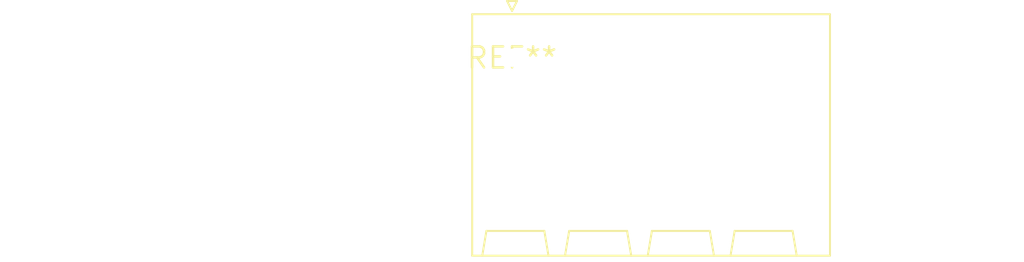
<source format=kicad_pcb>
(kicad_pcb (version 20240108) (generator pcbnew)
  (layers (0 "F.Cu" signal) (31 "B.Cu" signal) (34 "B.Paste" user) (35 "F.Paste" user) (36 "B.SilkS" user "B.Silkscreen") (37 "F.SilkS" user "F.Silkscreen") (38 "B.Mask" user) (39 "F.Mask" user) (44 "Edge.Cuts" user))
  (net 0 "")
  (footprint "PhoenixContact_SPT_2.5_4-H-5.0-EX_1x04_P5.0mm_Horizontal" (layer "F.Cu") (at 0 0)
    (property "Reference" "REF**")
    (property "Value" "PhoenixContact_SPT_2.5_4-H-5.0-EX_1x04_P5.0mm_Horizontal")
    (fp_line (start -2.41 -2.64) (end 19.21 -2.64) (layer "F.SilkS") (stroke (width 0.12)))
    (fp_line (start -2.41 11.98) (end -2.41 -2.64) (layer "F.SilkS") (stroke (width 0.12)))
    (fp_line (start -1.8 11.98) (end -1.55 10.48) (layer "F.SilkS") (stroke (width 0.12)))
    (fp_line (start -1.55 10.48) (end 1.95 10.48) (layer "F.SilkS") (stroke (width 0.12)))
    (fp_line (start -0.3 -3.44) (end 0 -2.84) (layer "F.SilkS") (stroke (width 0.12)))
    (fp_line (start -0.3 -3.44) (end 0.3 -3.44) (layer "F.SilkS") (stroke (width 0.12)))
    (fp_line (start 0.3 -3.44) (end 0 -2.84) (layer "F.SilkS") (stroke (width 0.12)))
    (fp_line (start 2.2 11.98) (end 1.95 10.48) (layer "F.SilkS") (stroke (width 0.12)))
    (fp_line (start 3.2 11.98) (end 3.45 10.48) (layer "F.SilkS") (stroke (width 0.12)))
    (fp_line (start 3.45 10.48) (end 6.95 10.48) (layer "F.SilkS") (stroke (width 0.12)))
    (fp_line (start 7.2 11.98) (end 6.95 10.48) (layer "F.SilkS") (stroke (width 0.12)))
    (fp_line (start 8.2 11.98) (end 8.45 10.48) (layer "F.SilkS") (stroke (width 0.12)))
    (fp_line (start 8.45 10.48) (end 11.95 10.48) (layer "F.SilkS") (stroke (width 0.12)))
    (fp_line (start 12.2 11.98) (end 11.95 10.48) (layer "F.SilkS") (stroke (width 0.12)))
    (fp_line (start 13.2 11.98) (end 13.45 10.48) (layer "F.SilkS") (stroke (width 0.12)))
    (fp_line (start 13.45 10.48) (end 16.95 10.48) (layer "F.SilkS") (stroke (width 0.12)))
    (fp_line (start 17.2 11.98) (end 16.95 10.48) (layer "F.SilkS") (stroke (width 0.12)))
    (fp_line (start 19.21 -2.64) (end 19.21 11.98) (layer "F.SilkS") (stroke (width 0.12)))
    (fp_line (start 19.21 11.98) (end -2.41 11.98) (layer "F.SilkS") (stroke (width 0.12)))
    (pad "1" thru_hole roundrect (at 0 0) (size 1.8 3.3) (drill 1.1) (layers *.Cu *.Mask) (remove_unused_layers) (roundrect_rratio 0.138889))
    (pad "1" thru_hole roundrect (at 0 8.2) (size 1.8 3.3) (drill 1.1) (layers *.Cu *.Mask) (remove_unused_layers) (roundrect_rratio 0.138889))
    (pad "2" thru_hole oval (at 5 0) (size 1.8 3.3) (drill 1.1) (layers *.Cu *.Mask) (remove_unused_layers))
    (pad "2" thru_hole oval (at 5 8.2) (size 1.8 3.3) (drill 1.1) (layers *.Cu *.Mask) (remove_unused_layers))
    (pad "3" thru_hole oval (at 10 0) (size 1.8 3.3) (drill 1.1) (layers *.Cu *.Mask) (remove_unused_layers))
    (pad "3" thru_hole oval (at 10 8.2) (size 1.8 3.3) (drill 1.1) (layers *.Cu *.Mask) (remove_unused_layers))
    (pad "4" thru_hole oval (at 15 0) (size 1.8 3.3) (drill 1.1) (layers *.Cu *.Mask) (remove_unused_layers))
    (pad "4" thru_hole oval (at 15 8.2) (size 1.8 3.3) (drill 1.1) (layers *.Cu *.Mask) (remove_unused_layers))
  )
)
</source>
